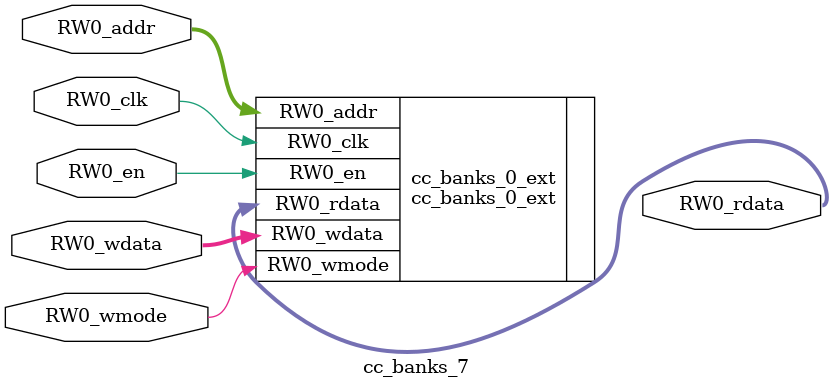
<source format=sv>
`ifndef RANDOMIZE
  `ifdef RANDOMIZE_REG_INIT
    `define RANDOMIZE
  `endif // RANDOMIZE_REG_INIT
`endif // not def RANDOMIZE
`ifndef RANDOMIZE
  `ifdef RANDOMIZE_MEM_INIT
    `define RANDOMIZE
  `endif // RANDOMIZE_MEM_INIT
`endif // not def RANDOMIZE

`ifndef RANDOM
  `define RANDOM $random
`endif // not def RANDOM

// Users can define 'PRINTF_COND' to add an extra gate to prints.
`ifndef PRINTF_COND_
  `ifdef PRINTF_COND
    `define PRINTF_COND_ (`PRINTF_COND)
  `else  // PRINTF_COND
    `define PRINTF_COND_ 1
  `endif // PRINTF_COND
`endif // not def PRINTF_COND_

// Users can define 'ASSERT_VERBOSE_COND' to add an extra gate to assert error printing.
`ifndef ASSERT_VERBOSE_COND_
  `ifdef ASSERT_VERBOSE_COND
    `define ASSERT_VERBOSE_COND_ (`ASSERT_VERBOSE_COND)
  `else  // ASSERT_VERBOSE_COND
    `define ASSERT_VERBOSE_COND_ 1
  `endif // ASSERT_VERBOSE_COND
`endif // not def ASSERT_VERBOSE_COND_

// Users can define 'STOP_COND' to add an extra gate to stop conditions.
`ifndef STOP_COND_
  `ifdef STOP_COND
    `define STOP_COND_ (`STOP_COND)
  `else  // STOP_COND
    `define STOP_COND_ 1
  `endif // STOP_COND
`endif // not def STOP_COND_

// Users can define INIT_RANDOM as general code that gets injected into the
// initializer block for modules with registers.
`ifndef INIT_RANDOM
  `define INIT_RANDOM
`endif // not def INIT_RANDOM

// If using random initialization, you can also define RANDOMIZE_DELAY to
// customize the delay used, otherwise 0.002 is used.
`ifndef RANDOMIZE_DELAY
  `define RANDOMIZE_DELAY 0.002
`endif // not def RANDOMIZE_DELAY

// Define INIT_RANDOM_PROLOG_ for use in our modules below.
`ifndef INIT_RANDOM_PROLOG_
  `ifdef RANDOMIZE
    `ifdef VERILATOR
      `define INIT_RANDOM_PROLOG_ `INIT_RANDOM
    `else  // VERILATOR
      `define INIT_RANDOM_PROLOG_ `INIT_RANDOM #`RANDOMIZE_DELAY begin end
    `endif // VERILATOR
  `else  // RANDOMIZE
    `define INIT_RANDOM_PROLOG_
  `endif // RANDOMIZE
`endif // not def INIT_RANDOM_PROLOG_

// Include register initializers in init blocks unless synthesis is set
`ifndef SYNTHESIS
  `ifndef ENABLE_INITIAL_REG_
    `define ENABLE_INITIAL_REG_
  `endif // not def ENABLE_INITIAL_REG_
`endif // not def SYNTHESIS

// Include rmemory initializers in init blocks unless synthesis is set
`ifndef SYNTHESIS
  `ifndef ENABLE_INITIAL_MEM_
    `define ENABLE_INITIAL_MEM_
  `endif // not def ENABLE_INITIAL_MEM_
`endif // not def SYNTHESIS

module cc_banks_7(	// @[generators/rocket-chip/src/main/scala/util/DescribedSRAM.scala:17:26]
  input  [12:0] RW0_addr,
  input         RW0_en,
  input         RW0_clk,
  input         RW0_wmode,
  input  [63:0] RW0_wdata,
  output [63:0] RW0_rdata
);

  cc_banks_0_ext cc_banks_0_ext (	// @[generators/rocket-chip/src/main/scala/util/DescribedSRAM.scala:17:26]
    .RW0_addr  (RW0_addr),
    .RW0_en    (RW0_en),
    .RW0_clk   (RW0_clk),
    .RW0_wmode (RW0_wmode),
    .RW0_wdata (RW0_wdata),
    .RW0_rdata (RW0_rdata)
  );
endmodule


</source>
